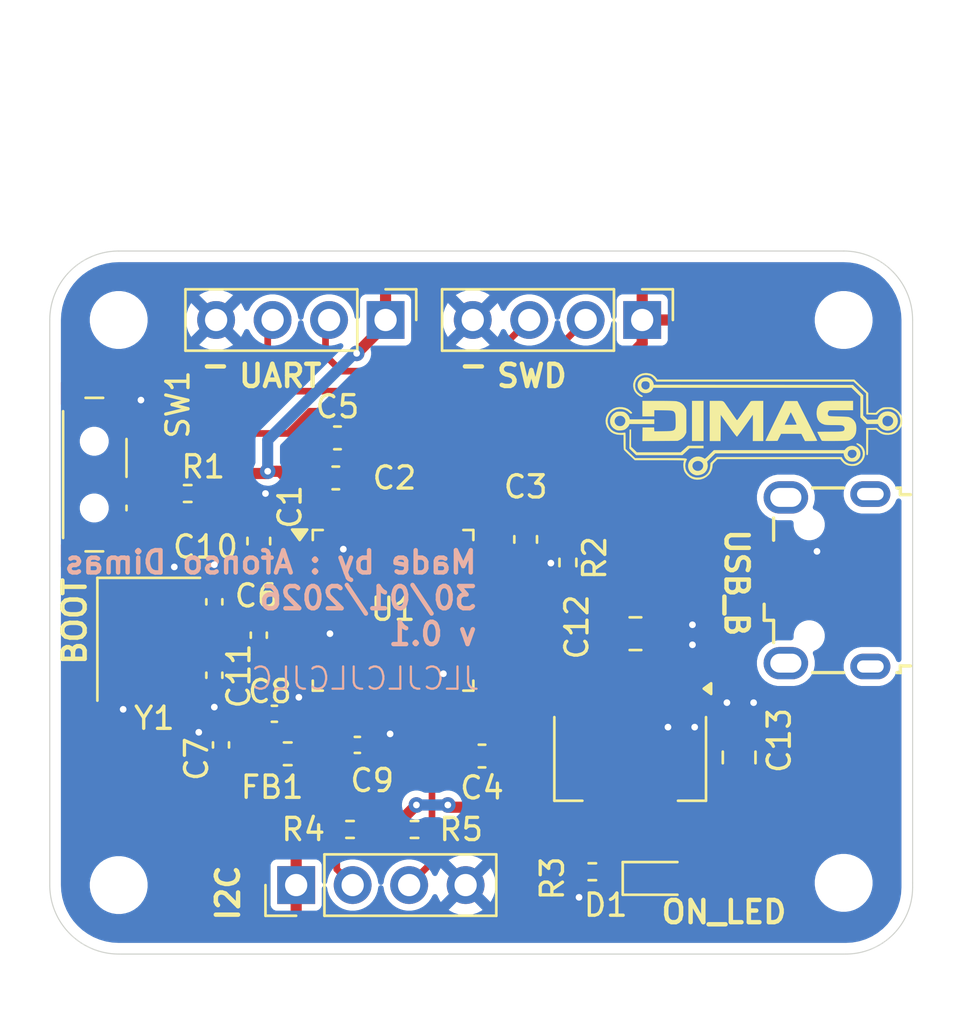
<source format=kicad_pcb>
(kicad_pcb (version 20241229) (generator "pcbnew") (generator_version "9.0")
  (layers (0 "F.Cu" signal) (2 "B.Cu" signal) (13 "F.Paste" user) (15 "B.Paste" user) (5 "F.SilkS" user "F.Silkscreen") (7 "B.SilkS" user "B.Silkscreen") (1 "F.Mask" user) (3 "B.Mask" user) (25 "Edge.Cuts" user))
  (net 0 "")
  (net 1 "GND")
  (net 2 "+3.3V")
  (net 3 "+3.3VA")
  (net 4 "/NRST")
  (net 5 "/HSE_IN")
  (net 6 "/HSE_OUT")
  (net 7 "VBUS")
  (net 8 "/PWR_LED_K")
  (net 10 "/USB_D+")
  (net 13 "/USB_D-")
  (net 16 "/SWCLK")
  (net 17 "/SWDIO")
  (net 18 "/USART1_TX")
  (net 19 "/USART1_RX")
  (net 20 "/I2C2_SCL")
  (net 21 "/BOOT0")
  (net 22 "/SW_BOOT0")
  (net 50 "/I2C2_SDA")
  (footprint "Button_Switch_SMD:SW_SPDT_PCM12" (layer "F.Cu") (at 107.03 84.15 -90)
    (property "Reference" "SW1" (at -3.15 -3.43 90) (layer "F.SilkS"))
    (property "Value" "SW_SPDT")
    (pad "" smd rect (at -3.65 -0.78 270) (size 1 0.8) (layers "F.Cu" "F.Mask" "F.Paste"))
    (pad "" smd rect (at -3.65 1.43 270) (size 1 0.8) (layers "F.Cu" "F.Mask" "F.Paste"))
    (pad "" np_thru_hole circle (at -1.5 0.33 270) (size 0.9 0.9) (drill 0.9) (layers "*.Cu" "*.Mask"))
    (pad "" np_thru_hole circle (at 1.5 0.33 270) (size 0.9 0.9) (drill 0.9) (layers "*.Cu" "*.Mask"))
    (pad "" smd rect (at 3.65 -0.78 270) (size 1 0.8) (layers "F.Cu" "F.Mask" "F.Paste"))
    (pad "" smd rect (at 3.65 1.43 270) (size 1 0.8) (layers "F.Cu" "F.Mask" "F.Paste"))
    (pad "1" smd rect (at -2.25 -1.43 270) (size 0.7 1.5) (layers "F.Cu" "F.Mask" "F.Paste") (net 1 "GND"))
    (pad "2" smd rect (at 0.75 -1.43 270) (size 0.7 1.5) (layers "F.Cu" "F.Mask" "F.Paste") (net 22 "/SW_BOOT0"))
    (pad "3" smd rect (at 2.25 -1.43 270) (size 0.7 1.5) (layers "F.Cu" "F.Mask" "F.Paste") (net 2 "+3.3V"))
  )
  (footprint "MountingHole:MountingHole_2.2mm_M2" (layer "F.Cu") (at 140.4 77.2)
    (property "Reference" "H3")
    (property "Value" "MountingHole")
    (pad "" np_thru_hole circle (at 0 0) (size 2.2 2.2) (drill 2.2) (layers "*.Cu" "*.Mask"))
  )
  (footprint "Capacitor_SMD:C_0402_1005Metric_Pad0.74x0.62mm_HandSolder" (layer "F.Cu") (at 118.5325 96.3 180)
    (property "Reference" "C9" (at -0.6675 -1.6 0) (layer "F.SilkS"))
    (property "Value" "100n")
    (pad "1" smd roundrect (at -0.5675 0 180) (size 0.735 0.62) (layers "F.Cu" "F.Mask" "F.Paste") (net 1 "GND"))
    (pad "2" smd roundrect (at 0.5675 0 180) (size 0.735 0.62) (layers "F.Cu" "F.Mask" "F.Paste") (net 4 "/NRST"))
  )
  (footprint "Connector_PinHeader_2.54mm:PinHeader_1x04_P2.54mm_Vertical" (layer "F.Cu") (at 131.34 77.2 -90)
    (property "Reference" "J2")
    (property "Value" "Conn_01x04_Pin")
    (pad "1" thru_hole rect (at 0 0 270) (size 1.7 1.7) (drill 1) (layers "*.Cu" "*.Mask") (net 2 "+3.3V"))
    (pad "2" thru_hole circle (at 0 2.54 270) (size 1.7 1.7) (drill 1) (layers "*.Cu" "*.Mask") (net 17 "/SWDIO"))
    (pad "3" thru_hole circle (at 0 5.08 270) (size 1.7 1.7) (drill 1) (layers "*.Cu" "*.Mask") (net 16 "/SWCLK"))
    (pad "4" thru_hole circle (at 0 7.62 270) (size 1.7 1.7) (drill 1) (layers "*.Cu" "*.Mask") (net 1 "GND"))
  )
  (footprint "Capacitor_SMD:C_0603_1608Metric_Pad1.08x0.95mm_HandSolder" (layer "F.Cu") (at 117.5625 84.3)
    (property "Reference" "C2" (at 2.6375 0 0) (layer "F.SilkS"))
    (property "Value" "100n")
    (pad "1" smd roundrect (at -0.8625 0) (size 1.075 0.95) (layers "F.Cu" "F.Mask" "F.Paste") (net 2 "+3.3V"))
    (pad "2" smd roundrect (at 0.8625 0) (size 1.075 0.95) (layers "F.Cu" "F.Mask" "F.Paste") (net 1 "GND"))
  )
  (footprint "Connector_PinHeader_2.54mm:PinHeader_1x04_P2.54mm_Vertical" (layer "F.Cu") (at 119.8 77.2 -90)
    (property "Reference" "J3")
    (property "Value" "Conn_01x04_Pin")
    (pad "1" thru_hole rect (at 0 0 270) (size 1.7 1.7) (drill 1) (layers "*.Cu" "*.Mask") (net 2 "+3.3V"))
    (pad "2" thru_hole circle (at 0 2.54 270) (size 1.7 1.7) (drill 1) (layers "*.Cu" "*.Mask") (net 18 "/USART1_TX"))
    (pad "3" thru_hole circle (at 0 5.08 270) (size 1.7 1.7) (drill 1) (layers "*.Cu" "*.Mask") (net 19 "/USART1_RX"))
    (pad "4" thru_hole circle (at 0 7.62 270) (size 1.7 1.7) (drill 1) (layers "*.Cu" "*.Mask") (net 1 "GND"))
  )
  (footprint "Resistor_SMD:R_0402_1005Metric_Pad0.72x0.64mm_HandSolder" (layer "F.Cu") (at 121.1025 100.1)
    (property "Reference" "R5" (at 2.0975 0 0) (layer "F.SilkS"))
    (property "Value" "1k5")
    (pad "1" smd roundrect (at -0.5975 0) (size 0.715 0.64) (layers "F.Cu" "F.Mask" "F.Paste") (net 2 "+3.3V"))
    (pad "2" smd roundrect (at 0.5975 0) (size 0.715 0.64) (layers "F.Cu" "F.Mask" "F.Paste") (net 50 "/I2C2_SDA"))
  )
  (footprint "Resistor_SMD:R_0402_1005Metric_Pad0.72x0.64mm_HandSolder" (layer "F.Cu") (at 129.0975 102 180)
    (property "Reference" "R3" (at 1.7975 -0.3 90) (layer "F.SilkS"))
    (property "Value" "1K5")
    (pad "1" smd roundrect (at -0.5975 0 180) (size 0.715 0.64) (layers "F.Cu" "F.Mask" "F.Paste") (net 8 "/PWR_LED_K"))
    (pad "2" smd roundrect (at 0.5975 0 180) (size 0.715 0.64) (layers "F.Cu" "F.Mask" "F.Paste") (net 1 "GND"))
  )
  (footprint "Capacitor_SMD:C_0402_1005Metric_Pad0.74x0.62mm_HandSolder" (layer "F.Cu") (at 112.4 96.3 90)
    (property "Reference" "C7" (at -0.6325 -1.1 90) (layer "F.SilkS"))
    (property "Value" "1u")
    (pad "1" smd roundrect (at -0.5675 0 90) (size 0.735 0.62) (layers "F.Cu" "F.Mask" "F.Paste") (net 3 "+3.3VA"))
    (pad "2" smd roundrect (at 0.5675 0 90) (size 0.735 0.62) (layers "F.Cu" "F.Mask" "F.Paste") (net 1 "GND"))
  )
  (footprint "MountingHole:MountingHole_2.2mm_M2" (layer "F.Cu") (at 107.8 102.6)
    (property "Reference" "H1")
    (property "Value" "MountingHole")
    (pad "" np_thru_hole circle (at 0 0) (size 2.2 2.2) (drill 2.2) (layers "*.Cu" "*.Mask"))
  )
  (footprint "Resistor_SMD:R_0402_1005Metric_Pad0.72x0.64mm_HandSolder" (layer "F.Cu") (at 118.2025 100.1 180)
    (property "Reference" "R4" (at 2.1025 0 0) (layer "F.SilkS"))
    (property "Value" "1k5")
    (pad "1" smd roundrect (at -0.5975 0 180) (size 0.715 0.64) (layers "F.Cu" "F.Mask" "F.Paste") (net 2 "+3.3V"))
    (pad "2" smd roundrect (at 0.5975 0 180) (size 0.715 0.64) (layers "F.Cu" "F.Mask" "F.Paste") (net 20 "/I2C2_SCL"))
  )
  (footprint "Resistor_SMD:R_0402_1005Metric_Pad0.72x0.64mm_HandSolder" (layer "F.Cu") (at 110.9025 85 180)
    (property "Reference" "R1" (at -0.6975 1.2 0) (layer "F.SilkS"))
    (property "Value" "10k")
    (pad "1" smd roundrect (at -0.5975 0 180) (size 0.715 0.64) (layers "F.Cu" "F.Mask" "F.Paste") (net 22 "/SW_BOOT0"))
    (pad "2" smd roundrect (at 0.5975 0 180) (size 0.715 0.64) (layers "F.Cu" "F.Mask" "F.Paste") (net 21 "/BOOT0"))
  )
  (footprint "Package_QFP:LQFP-48_7x7mm_P0.5mm" (layer "F.Cu") (at 120.1375 90.25)
    (property "Reference" "U1" (at 0 -0.05 0) (layer "F.SilkS"))
    (property "Value" "STM32F103C8T6")
    (pad "1" smd roundrect (at -4.1625 -2.75) (size 1.475 0.3) (layers "F.Cu" "F.Mask" "F.Paste") (net 2 "+3.3V"))
    (pad "2" smd roundrect (at -4.1625 -2.25) (size 1.475 0.3) (layers "F.Cu" "F.Mask" "F.Paste"))
    (pad "3" smd roundrect (at -4.1625 -1.75) (size 1.475 0.3) (layers "F.Cu" "F.Mask" "F.Paste"))
    (pad "4" smd roundrect (at -4.1625 -1.25) (size 1.475 0.3) (layers "F.Cu" "F.Mask" "F.Paste"))
    (pad "5" smd roundrect (at -4.1625 -0.75) (size 1.475 0.3) (layers "F.Cu" "F.Mask" "F.Paste") (net 5 "/HSE_IN"))
    (pad "6" smd roundrect (at -4.1625 -0.25) (size 1.475 0.3) (layers "F.Cu" "F.Mask" "F.Paste") (net 6 "/HSE_OUT"))
    (pad "7" smd roundrect (at -4.1625 0.25) (size 1.475 0.3) (layers "F.Cu" "F.Mask" "F.Paste") (net 4 "/NRST"))
    (pad "8" smd roundrect (at -4.1625 0.75) (size 1.475 0.3) (layers "F.Cu" "F.Mask" "F.Paste") (net 1 "GND"))
    (pad "9" smd roundrect (at -4.1625 1.25) (size 1.475 0.3) (layers "F.Cu" "F.Mask" "F.Paste") (net 3 "+3.3VA"))
    (pad "10" smd roundrect (at -4.1625 1.75) (size 1.475 0.3) (layers "F.Cu" "F.Mask" "F.Paste"))
    (pad "11" smd roundrect (at -4.1625 2.25) (size 1.475 0.3) (layers "F.Cu" "F.Mask" "F.Paste"))
    (pad "12" smd roundrect (at -4.1625 2.75) (size 1.475 0.3) (layers "F.Cu" "F.Mask" "F.Paste"))
    (pad "13" smd roundrect (at -2.75 4.1625) (size 0.3 1.475) (layers "F.Cu" "F.Mask" "F.Paste"))
    (pad "14" smd roundrect (at -2.25 4.1625) (size 0.3 1.475) (layers "F.Cu" "F.Mask" "F.Paste"))
    (pad "15" smd roundrect (at -1.75 4.1625) (size 0.3 1.475) (layers "F.Cu" "F.Mask" "F.Paste"))
    (pad "16" smd roundrect (at -1.25 4.1625) (size 0.3 1.475) (layers "F.Cu" "F.Mask" "F.Paste"))
    (pad "17" smd roundrect (at -0.75 4.1625) (size 0.3 1.475) (layers "F.Cu" "F.Mask" "F.Paste"))
    (pad "18" smd roundrect (at -0.25 4.1625) (size 0.3 1.475) (layers "F.Cu" "F.Mask" "F.Paste"))
    (pad "19" smd roundrect (at 0.25 4.1625) (size 0.3 1.475) (layers "F.Cu" "F.Mask" "F.Paste"))
    (pad "20" smd roundrect (at 0.75 4.1625) (size 0.3 1.475) (layers "F.Cu" "F.Mask" "F.Paste"))
    (pad "21" smd roundrect (at 1.25 4.1625) (size 0.3 1.475) (layers "F.Cu" "F.Mask" "F.Paste") (net 20 "/I2C2_SCL"))
    (pad "22" smd roundrect (at 1.75 4.1625) (size 0.3 1.475) (layers "F.Cu" "F.Mask" "F.Paste") (net 50 "/I2C2_SDA"))
    (pad "23" smd roundrect (at 2.25 4.1625) (size 0.3 1.475) (layers "F.Cu" "F.Mask" "F.Paste") (net 1 "GND"))
    (pad "24" smd roundrect (at 2.75 4.1625) (size 0.3 1.475) (layers "F.Cu" "F.Mask" "F.Paste") (net 2 "+3.3V"))
    (pad "25" smd roundrect (at 4.1625 2.75) (size 1.475 0.3) (layers "F.Cu" "F.Mask" "F.Paste"))
    (pad "26" smd roundrect (at 4.1625 2.25) (size 1.475 0.3) (layers "F.Cu" "F.Mask" "F.Paste"))
    (pad "27" smd roundrect (at 4.1625 1.75) (size 1.475 0.3) (layers "F.Cu" "F.Mask" "F.Paste"))
    (pad "28" smd roundrect (at 4.1625 1.25) (size 1.475 0.3) (layers "F.Cu" "F.Mask" "F.Paste"))
    (pad "29" smd roundrect (at 4.1625 0.75) (size 1.475 0.3) (layers "F.Cu" "F.Mask" "F.Paste"))
    (pad "30" smd roundrect (at 4.1625 0.25) (size 1.475 0.3) (layers "F.Cu" "F.Mask" "F.Paste"))
    (pad "31" smd roundrect (at 4.1625 -0.25) (size 1.475 0.3) (layers "F.Cu" "F.Mask" "F.Paste"))
    (pad "32" smd roundrect (at 4.1625 -0.75) (size 1.475 0.3) (layers "F.Cu" "F.Mask" "F.Paste") (net 13 "/USB_D-"))
    (pad "33" smd roundrect (at 4.1625 -1.25) (size 1.475 0.3) (layers "F.Cu" "F.Mask" "F.Paste") (net 10 "/USB_D+"))
    (pad "34" smd roundrect (at 4.1625 -1.75) (size 1.475 0.3) (layers "F.Cu" "F.Mask" "F.Paste") (net 17 "/SWDIO"))
    (pad "35" smd roundrect (at 4.1625 -2.25) (size 1.475 0.3) (layers "F.Cu" "F.Mask" "F.Paste") (net 1 "GND"))
    (pad "36" smd roundrect (at 4.1625 -2.75) (size 1.475 0.3) (layers "F.Cu" "F.Mask" "F.Paste") (net 2 "+3.3V"))
    (pad "37" smd roundrect (at 2.75 -4.1625) (size 0.3 1.475) (layers "F.Cu" "F.Mask" "F.Paste") (net 16 "/SWCLK"))
    (pad "38" smd roundrect (at 2.25 -4.1625) (size 0.3 1.475) (layers "F.Cu" "F.Mask" "F.Paste"))
    (pad "39" smd roundrect (at 1.75 -4.1625) (size 0.3 1.475) (layers "F.Cu" "F.Mask" "F.Paste"))
    (pad "40" smd roundrect (at 1.25 -4.1625) (size 0.3 1.475) (layers "F.Cu" "F.Mask" "F.Paste"))
    (pad "41" smd roundrect (at 0.75 -4.1625) (size 0.3 1.475) (layers "F.Cu" "F.Mask" "F.Paste"))
    (pad "42" smd roundrect (at 0.25 -4.1625) (size 0.3 1.475) (layers "F.Cu" "F.Mask" "F.Paste") (net 18 "/USART1_TX"))
    (pad "43" smd roundrect (at -0.25 -4.1625) (size 0.3 1.475) (layers "F.Cu" "F.Mask" "F.Paste") (net 19 "/USART1_RX"))
    (pad "44" smd roundrect (at -0.75 -4.1625) (size 0.3 1.475) (layers "F.Cu" "F.Mask" "F.Paste") (net 21 "/BOOT0"))
    (pad "45" smd roundrect (at -1.25 -4.1625) (size 0.3 1.475) (layers "F.Cu" "F.Mask" "F.Paste"))
    (pad "46" smd roundrect (at -1.75 -4.1625) (size 0.3 1.475) (layers "F.Cu" "F.Mask" "F.Paste"))
    (pad "47" smd roundrect (at -2.25 -4.1625) (size 0.3 1.475) (layers "F.Cu" "F.Mask" "F.Paste") (net 1 "GND"))
    (pad "48" smd roundrect (at -2.75 -4.1625) (size 0.3 1.475) (layers "F.Cu" "F.Mask" "F.Paste") (net 2 "+3.3V"))
  )
  (footprint "Crystal:Crystal_SMD_3225-4Pin_3.2x2.5mm_HandSoldering" (layer "F.Cu") (at 109.15 91.55 -90)
    (property "Reference" "Y1" (at 3.55 -0.25 0) (layer "F.SilkS"))
    (property "Value" "16MHz")
    (pad "1" smd roundrect (at -1.45 1.15 270) (size 2.1 1.8) (layers "F.Cu" "F.Mask" "F.Paste") (roundrect_rratio 0.138889) (net 5 "/HSE_IN"))
    (pad "2" smd roundrect (at 1.45 1.15 270) (size 2.1 1.8) (layers "F.Cu" "F.Mask" "F.Paste") (roundrect_rratio 0.138889) (net 1 "GND"))
    (pad "3" smd roundrect (at 1.45 -1.15 270) (size 2.1 1.8) (layers "F.Cu" "F.Mask" "F.Paste") (roundrect_rratio 0.138889) (net 6 "/HSE_OUT"))
    (pad "4" smd roundrect (at -1.45 -1.15 270) (size 2.1 1.8) (layers "F.Cu" "F.Mask" "F.Paste") (roundrect_rratio 0.138889) (net 1 "GND"))
  )
  (footprint "LOGO" (layer "F.Cu") (at 136.2 82.3)
    (property "Reference" "G***" (hide yes))
    (property "Value" "LOGO" (hide yes))
  )
  (footprint "Capacitor_SMD:C_0603_1608Metric_Pad1.08x0.95mm_HandSolder" (layer "F.Cu") (at 117.6375 82.5)
    (property "Reference" "C5" (at 0 -1.4 0) (layer "F.SilkS"))
    (property "Value" "10u")
    (pad "1" smd roundrect (at -0.8625 0) (size 1.075 0.95) (layers "F.Cu" "F.Mask" "F.Paste") (net 2 "+3.3V"))
    (pad "2" smd roundrect (at 0.8625 0) (size 1.075 0.95) (layers "F.Cu" "F.Mask" "F.Paste") (net 1 "GND"))
  )
  (footprint "Capacitor_SMD:C_0603_1608Metric_Pad1.08x0.95mm_HandSolder" (layer "F.Cu") (at 126.1 87.0625 -90)
    (property "Reference" "C3" (at -2.3625 0 0) (layer "F.SilkS"))
    (property "Value" "100n")
    (pad "1" smd roundrect (at -0.8625 0 270) (size 1.075 0.95) (layers "F.Cu" "F.Mask" "F.Paste") (net 2 "+3.3V"))
    (pad "2" smd roundrect (at 0.8625 0 270) (size 1.075 0.95) (layers "F.Cu" "F.Mask" "F.Paste") (net 1 "GND"))
  )
  (footprint "Capacitor_SMD:C_0603_1608Metric_Pad1.08x0.95mm_HandSolder" (layer "F.Cu") (at 114.1 87.1375 90)
    (property "Reference" "C1" (at 1.5375 1.4 90) (layer "F.SilkS"))
    (property "Value" "100n")
    (pad "1" smd roundrect (at -0.8625 0 90) (size 1.075 0.95) (layers "F.Cu" "F.Mask" "F.Paste") (net 2 "+3.3V"))
    (pad "2" smd roundrect (at 0.8625 0 90) (size 1.075 0.95) (layers "F.Cu" "F.Mask" "F.Paste") (net 1 "GND"))
  )
  (footprint "Capacitor_SMD:C_0402_1005Metric_Pad0.74x0.62mm_HandSolder" (layer "F.Cu") (at 112.1 93.1675 -90)
    (property "Reference" "C11" (at 0.0325 -1.1 90) (layer "F.SilkS"))
    (property "Value" "10p")
    (pad "1" smd roundrect (at -0.5675 0 270) (size 0.735 0.62) (layers "F.Cu" "F.Mask" "F.Paste") (net 6 "/HSE_OUT"))
    (pad "2" smd roundrect (at 0.5675 0 270) (size 0.735 0.62) (layers "F.Cu" "F.Mask" "F.Paste") (net 1 "GND"))
  )
  (footprint "LED_SMD:LED_0603_1608Metric_Pad1.05x0.95mm_HandSolder" (layer "F.Cu") (at 132.125 102.3)
    (property "Reference" "D1" (at -2.425 1.2 0) (layer "F.SilkS"))
    (property "Value" "RED")
    (pad "1" smd roundrect (at -0.875 0) (size 1.05 0.95) (layers "F.Cu" "F.Mask" "F.Paste") (net 8 "/PWR_LED_K"))
    (pad "2" smd roundrect (at 0.875 0) (size 1.05 0.95) (layers "F.Cu" "F.Mask" "F.Paste") (net 2 "+3.3V"))
  )
  (footprint "MountingHole:MountingHole_2.2mm_M2" (layer "F.Cu") (at 140.4 102.5)
    (property "Reference" "H2")
    (property "Value" "MountingHole")
    (pad "" np_thru_hole circle (at 0 0) (size 2.2 2.2) (drill 2.2) (layers "*.Cu" "*.Mask"))
  )
  (footprint "Connector_PinHeader_2.54mm:PinHeader_1x04_P2.54mm_Vertical" (layer "F.Cu") (at 115.78 102.6 90)
    (property "Reference" "J4")
    (property "Value" "Conn_01x04_Pin")
    (pad "1" thru_hole rect (at 0 0 90) (size 1.7 1.7) (drill 1) (layers "*.Cu" "*.Mask") (net 2 "+3.3V"))
    (pad "2" thru_hole circle (at 0 2.54 90) (size 1.7 1.7) (drill 1) (layers "*.Cu" "*.Mask") (net 20 "/I2C2_SCL"))
    (pad "3" thru_hole circle (at 0 5.08 90) (size 1.7 1.7) (drill 1) (layers "*.Cu" "*.Mask") (net 50 "/I2C2_SDA"))
    (pad "4" thru_hole circle (at 0 7.62 90) (size 1.7 1.7) (drill 1) (layers "*.Cu" "*.Mask") (net 1 "GND"))
  )
  (footprint "Capacitor_SMD:C_0805_2012Metric_Pad1.18x1.45mm_HandSolder" (layer "F.Cu") (at 131.0375 91.3)
    (property "Reference" "C12" (at -2.6375 -0.3 90) (layer "F.SilkS"))
    (property "Value" "22u")
    (pad "1" smd roundrect (at -1.0375 0) (size 1.175 1.45) (layers "F.Cu" "F.Mask" "F.Paste") (roundrect_rratio 0.212766) (net 7 "VBUS"))
    (pad "2" smd roundrect (at 1.0375 0) (size 1.175 1.45) (layers "F.Cu" "F.Mask" "F.Paste") (roundrect_rratio 0.212766) (net 1 "GND"))
  )
  (footprint "Connector_USB:USB_Micro-B_Wuerth_629105150521" (layer "F.Cu") (at 139.65 88.9 90)
    (property "Reference" "J1")
    (property "Value" "USB_B_Micro")
    (pad "" np_thru_hole oval (at -2.5 -0.8 90) (size 0.8 0.8) (drill 0.8) (layers "*.Cu" "*.Mask"))
    (pad "" np_thru_hole oval (at 2.5 -0.8 90) (size 0.8 0.8) (drill 0.8) (layers "*.Cu" "*.Mask"))
    (pad "1" smd rect (at -1.3 -1.9 90) (size 0.45 1.3) (layers "F.Cu" "F.Mask" "F.Paste") (net 7 "VBUS"))
    (pad "2" smd rect (at -0.65 -1.9 90) (size 0.45 1.3) (layers "F.Cu" "F.Mask" "F.Paste") (net 13 "/USB_D-"))
    (pad "3" smd rect (at 0 -1.9 90) (size 0.45 1.3) (layers "F.Cu" "F.Mask" "F.Paste") (net 10 "/USB_D+"))
    (pad "4" smd rect (at 0.65 -1.9 90) (size 0.45 1.3) (layers "F.Cu" "F.Mask" "F.Paste"))
    (pad "5" smd rect (at 1.3 -1.9 90) (size 0.45 1.3) (layers "F.Cu" "F.Mask" "F.Paste") (net 1 "GND"))
    (pad "6" thru_hole oval (at -3.875 1.95 90) (size 1.15 1.8) (drill oval 0.55 1.2) (property pad_prop_heatsink) (layers "*.Cu" "*.Mask"))
    (pad "6" thru_hole oval (at -3.725 -1.85 90) (size 1.45 2) (drill oval 0.85 1.4) (property pad_prop_heatsink) (layers "*.Cu" "*.Mask"))
    (pad "6" thru_hole oval (at 3.725 -1.85 90) (size 1.45 2) (drill oval 0.85 1.4) (property pad_prop_heatsink) (layers "*.Cu" "*.Mask"))
    (pad "6" thru_hole oval (at 3.875 1.95 90) (size 1.15 1.8) (drill oval 0.55 1.2) (property pad_prop_heatsink) (layers "*.Cu" "*.Mask"))
  )
  (footprint "Package_TO_SOT_SMD:SOT-223-3_TabPin2" (layer "F.Cu") (at 130.8 96.9 -90)
    (property "Reference" "U3")
    (property "Value" "AMS1117-3.3")
    (pad "1" smd roundrect (at -3.15 -2.3 270) (size 2 1.5) (layers "F.Cu" "F.Mask" "F.Paste") (net 1 "GND"))
    (pad "2" smd roundrect (at -3.15 0 270) (size 2 1.5) (layers "F.Cu" "F.Mask" "F.Paste") (net 2 "+3.3V"))
    (pad "2" smd roundrect (at 3.15 0 270) (size 2 3.8) (layers "F.Cu" "F.Mask" "F.Paste") (net 2 "+3.3V"))
    (pad "3" smd roundrect (at -3.15 2.3 270) (size 2 1.5) (layers "F.Cu" "F.Mask" "F.Paste") (net 7 "VBUS"))
  )
  (footprint "Capacitor_SMD:C_0402_1005Metric_Pad0.74x0.62mm_HandSolder" (layer "F.Cu") (at 114.8 94.9)
    (property "Reference" "C8" (at -0.2 -1 0) (layer "F.SilkS"))
    (property "Value" "1u")
    (pad "1" smd roundrect (at -0.5675 0) (size 0.735 0.62) (layers "F.Cu" "F.Mask" "F.Paste") (net 2 "+3.3V"))
    (pad "2" smd roundrect (at 0.5675 0) (size 0.735 0.62) (layers "F.Cu" "F.Mask" "F.Paste") (net 1 "GND"))
  )
  (footprint "Capacitor_SMD:C_0603_1608Metric_Pad1.08x0.95mm_HandSolder" (layer "F.Cu") (at 124.1375 96.8 180)
    (property "Reference" "C4" (at 0 -1.43 180) (layer "F.SilkS"))
    (property "Value" "100n")
    (pad "1" smd roundrect (at -0.8625 0 180) (size 1.075 0.95) (layers "F.Cu" "F.Mask" "F.Paste") (net 2 "+3.3V"))
    (pad "2" smd roundrect (at 0.8625 0 180) (size 1.075 0.95) (layers "F.Cu" "F.Mask" "F.Paste") (net 1 "GND"))
  )
  (footprint "Capacitor_SMD:C_0805_2012Metric_Pad1.18x1.45mm_HandSolder" (layer "F.Cu") (at 135.7 96.8625 90)
    (property "Reference" "C13" (at 0.7625 1.8 90) (layer "F.SilkS"))
    (property "Value" "22u")
    (pad "1" smd roundrect (at -1.0375 0 90) (size 1.175 1.45) (layers "F.Cu" "F.Mask" "F.Paste") (roundrect_rratio 0.212766) (net 2 "+3.3V"))
    (pad "2" smd roundrect (at 1.0375 0 90) (size 1.175 1.45) (layers "F.Cu" "F.Mask" "F.Paste") (roundrect_rratio 0.212766) (net 1 "GND"))
  )
  (footprint "Resistor_SMD:R_0402_1005Metric_Pad0.72x0.64mm_HandSolder" (layer "F.Cu") (at 128 88.1 -90)
    (property "Reference" "R2" (at -0.2 -1.2 90) (layer "F.SilkS"))
    (property "Value" "1k5")
    (pad "1" smd roundrect (at -0.5975 0 270) (size 0.715 0.64) (layers "F.Cu" "F.Mask" "F.Paste") (net 2 "+3.3V"))
    (pad "2" smd roundrect (at 0.5975 0 270) (size 0.715 0.64) (layers "F.Cu" "F.Mask" "F.Paste") (net 10 "/USB_D+"))
  )
  (footprint "Capacitor_SMD:C_0402_1005Metric_Pad0.74x0.62mm_HandSolder" (layer "F.Cu") (at 114.1 91.3675 90)
    (property "Reference" "C6" (at 1.7675 -0.1 180) (layer "F.SilkS"))
    (property "Value" "10n")
    (pad "1" smd roundrect (at -0.5675 0 90) (size 0.735 0.62) (layers "F.Cu" "F.Mask" "F.Paste") (net 3 "+3.3VA"))
    (pad "2" smd roundrect (at 0.5675 0 90) (size 0.735 0.62) (layers "F.Cu" "F.Mask" "F.Paste") (net 1 "GND"))
  )
  (footprint "Inductor_SMD:L_0603_1608Metric_Pad1.05x0.95mm_HandSolder" (layer "F.Cu") (at 115.4 96.7)
    (property "Reference" "FB1" (at -0.7 1.5 0) (layer "F.SilkS"))
    (property "Value" "120R")
    (pad "1" smd roundrect (at -0.875 0) (size 1.05 0.95) (layers "F.Cu" "F.Mask" "F.Paste") (net 3 "+3.3VA"))
    (pad "2" smd roundrect (at 0.875 0) (size 1.05 0.95) (layers "F.Cu" "F.Mask" "F.Paste") (net 2 "+3.3V"))
  )
  (footprint "Capacitor_SMD:C_0402_1005Metric_Pad0.74x0.62mm_HandSolder" (layer "F.Cu") (at 112.1 89.8675 90)
    (property "Reference" "C10" (at 2.4675 -0.4 180) (layer "F.SilkS"))
    (property "Value" "10p")
    (pad "1" smd roundrect (at -0.5675 0 90) (size 0.735 0.62) (layers "F.Cu" "F.Mask" "F.Paste") (net 5 "/HSE_IN"))
    (pad "2" smd roundrect (at 0.5675 0 90) (size 0.735 0.62) (layers "F.Cu" "F.Mask" "F.Paste") (net 1 "GND"))
  )
  (footprint "MountingHole:MountingHole_2.2mm_M2" (layer "F.Cu") (at 107.8 77.2)
    (property "Reference" "H4")
    (property "Value" "MountingHole")
    (pad "" np_thru_hole circle (at 0 0) (size 2.2 2.2) (drill 2.2) (layers "*.Cu" "*.Mask"))
  )
  (gr_arc (start 104.7 77.2) (mid 105.607969 75.007969) (end 107.8 74.1) (stroke (width 0.05)) (layer "Edge.Cuts"))
  (gr_arc (start 140.4 74.1) (mid 142.592031 75.007969) (end 143.5 77.2) (stroke (width 0.05)) (layer "Edge.Cuts"))
  (gr_line (start 140.5 105.7) (end 107.8 105.7) (stroke (width 0.05)) (layer "Edge.Cuts"))
  (gr_arc (start 143.5 102.7) (mid 142.62132 104.82132) (end 140.5 105.7) (stroke (width 0.05)) (layer "Edge.Cuts"))
  (gr_arc (start 107.8 105.7) (mid 105.607969 104.792031) (end 104.7 102.6) (stroke (width 0.05)) (layer "Edge.Cuts"))
  (gr_line (start 143.5 77.2) (end 143.5 102.5) (stroke (width 0.05)) (layer "Edge.Cuts"))
  (gr_line (start 143.5 102.5) (end 143.5 102.7) (stroke (width 0.05)) (layer "Edge.Cuts"))
  (gr_line (start 104.7 77.2) (end 104.7 102.6) (stroke (width 0.05)) (layer "Edge.Cuts"))
  (gr_line (start 140.4 74.1) (end 107.8 74.1) (stroke (width 0.05)) (layer "Edge.Cuts"))
  (gr_text "SWD" (at 124.7 80.3 0) (layer "F.SilkS") (effects (font (size 1 1) (thickness 0.2)) (justify left bottom)))
  (gr_text "ON_LED" (at 132.1 104.4 0) (layer "F.SilkS") (effects (font (size 1 1) (thickness 0.2)) (justify left bottom)))
  (gr_text "UART" (at 113.1 80.3 0) (layer "F.SilkS") (effects (font (size 1 1) (thickness 0.2)) (justify left bottom)))
  (gr_text "-" (at 123 79.8 0) (layer "F.SilkS") (effects (font (size 1 1) (thickness 0.2)) (justify left bottom)))
  (gr_text "I2C" (at 113.3 104.3 90) (layer "F.SilkS") (effects (font (size 1 1) (thickness 0.2)) (justify left bottom)))
  (gr_text "USB_B" (at 135 86.5 270) (layer "F.SilkS") (effects (font (size 1 1) (thickness 0.2)) (justify left bottom)))
  (gr_text "BOOT" (at 106.4 92.8 90) (layer "F.SilkS") (effects (font (size 1 1) (thickness 0.2)) (justify left bottom)))
  (gr_text "-" (at 111.4 79.8 0) (layer "F.SilkS") (effects (font (size 1 1) (thickness 0.2)) (justify left bottom)))
  (gr_text "Made by : Afonso Dimas\n30/01/2026\nv 0.1" (at 124 91.9 0) (layer "B.SilkS") (effects (font (size 1 1) (thickness 0.2) (bold yes)) (justify left bottom mirror)))
  (gr_text "JLCJLCJLCJLC" (at 124.1 93.9 0) (layer "B.SilkS") (effects (font (size 1 1) (thickness 0.1)) (justify left bottom mirror)))
  (segment (start 125.5 88.3) (end 125.2 88) (width 0.3) (layer "F.Cu") (net 1))
  (segment (start 119.51005 96.3) (end 120.005025 95.805025) (width 0.3) (layer "F.Cu") (net 1))
  (segment (start 112.4 95.7325) (end 111.4 95.7325) (width 0.3) (layer "F.Cu") (net 1))
  (segment (start 125.9375 88.3) (end 125.5 88.3) (width 0.3) (layer "F.Cu") (net 1))
  (segment (start 127.234197 88.128681) (end 126.871319 88.128681) (width 0.3) (layer "F.Cu") (net 1))
  (segment (start 137.9 87.6) (end 139.2 87.6) (width 0.3) (layer "F.Cu") (net 1))
  (segment (start 128.5 102) (end 128.5 103.15) (width 0.3) (layer "F.Cu") (net 1))
  (segment (start 118.5 84.225) (end 118.425 84.3) (width 0.3) (layer "F.Cu") (net 1))
  (segment (start 115.761212 94.160148) (end 115.3675 94.55386) (width 0.3) (layer "F.Cu") (net 1))
  (segment (start 110.3 90.1) (end 110.3 88.3) (width 0.3) (layer "F.Cu") (net 1))
  (segment (start 114.7 90.7) (end 114.1 90.7) (width 0.3) (layer "F.Cu") (net 1))
  (segment (start 108 93) (end 108 94.7) (width 0.3) (layer "F.Cu") (net 1))
  (segment (start 125.2 88) (end 124.3 88) (width 0.3) (layer "F.Cu") (net 1))
  (segment (start 115.975 91) (end 115 91) (width 0.3) (layer "F.Cu") (net 1))
  (segment (start 122.3875 95.6875) (end 123.275 96.575) (width 0.3) (layer "F.Cu") (net 1))
  (segment (start 115.975 91) (end 117 91) (width 0.3) (layer "F.Cu") (net 1))
  (segment (start 117.8875 86.0875) (end 117.8875 87.4875) (width 0.3) (layer "F.Cu") (net 1))
  (segment (start 115 91) (end 114.7 90.7) (width 0.3) (layer "F.Cu") (net 1))
  (segment (start 112.1 93.735) (end 112.1 94.6) (width 0.3) (layer "F.Cu") (net 1))
  (segment (start 115.9 94.160148) (end 115.761212 94.160148) (width 0.3) (layer "F.Cu") (net 1))
  (segment (start 108.3 81.7) (end 108.8 81.2) (width 0.3) (layer "F.Cu") (net 1))
  (segment (start 123.275 96.575) (end 123.275 96.8) (width 0.3) (layer "F.Cu") (net 1))
  (segment (start 117.8875 85.2125) (end 118.4 84.7) (width 0.3) (layer "F.Cu") (net 1))
  (segment (start 118.5 82.5) (end 118.5 84.225) (width 0.3) (layer "F.Cu") (net 1))
  (segment (start 112.1 89.3) (end 112.1 88.2) (width 0.3) (layer "F.Cu") (net 1))
  (segment (start 122.3875 93.1125) (end 122.4 93.1) (width 0.3) (layer "F.Cu") (net 1))
  (segment (start 117 91) (end 117.3 91.3) (width 0.3) (layer "F.Cu") (net 1))
  (segment (start 118.4 84.7) (end 118.4 84.4) (width 0.3) (layer "F.Cu") (net 1))
  (segment (start 119.1 96.3) (end 119.51005 96.3) (width 0.3) (layer "F.Cu") (net 1))
  (segment (start 126.1 88.1375) (end 125.9375 88.3) (width 0.3) (layer "F.Cu") (net 1))
  (segment (start 126.871319 88.128681) (end 126.8625 88.1375) (width 0.3) (layer "F.Cu") (net 1))
  (segment (start 118.4 84.4) (end 118.3 84.3) (width 0.3) (layer "F.Cu") (net 1))
  (segment (start 114.4 86.275) (end 114.4 85) (width 0.3) (layer "F.Cu") (net 1))
  (segment (start 108.3 81.9) (end 108.3 81.7) (width 0.3) (layer "F.Cu") (net 1))
  (segment (start 126.8625 88.1375) (end 126.1 88.1375) (width 0.3) (layer "F.Cu") (net 1))
  (segment (start 122.3875 94.4125) (end 122.3875 95.6875) (width 0.3) (layer "F.Cu") (net 1))
  (segment (start 122.3875 94.4125) (end 122.3875 93.1125) (width 0.3) (layer "F.Cu") (net 1))
  (segment (start 117.8875 87.4875) (end 117.9 87.5) (width 0.3) (layer "F.Cu") (net 1))
  (segment (start 108.8 81.2) (end 108.8 80.8) (width 0.3) (layer "F.Cu") (net 1))
  (segment (start 117.8875 86.0875) (end 117.8875 85.2125) (width 0.3) (layer "F.Cu") (net 1))
  (segment (start 115.3675 94.55386) (end 115.3675 94.9) (width 0.3) (layer "F.Cu") (net 1))
  (via (at 133.7 95.5) (size 0.7) (drill 0.3) (layers "F.Cu" "B.Cu") (net 1))
  (via (at 135.15 94.4) (size 0.7) (drill 0.3) (layers "F.Cu" "B.Cu") (net 1))
  (via (at 136.35 94.4) (size 0.7) (drill 0.3) (layers "F.Cu" "B.Cu") (net 1))
  (via (at 115.9 94.160148) (size 0.7) (drill 0.3) (layers "F.Cu" "B.Cu") (net 1))
  (via (at 139.2 87.6) (size 0.7) (drill 0.3) (layers "F.Cu" "B.Cu") (net 1))
  (via (at 112.1 94.6) (size 0.7) (drill 0.3) (layers "F.Cu" "B.Cu") (net 1))
  (via (at 133.6 90.9) (size 0.7) (drill 0.3) (layers "F.Cu" "B.Cu") (net 1))
  (via (at 128.5 103.15) (size 0.7) (drill 0.3) (layers "F.Cu" "B.Cu") (net 1))
  (via (at 132.5 95.5) (size 0.7) (drill 0.3) (layers "F.Cu" "B.Cu") (net 1))
  (via (at 122.4 93.1) (size 0.7) (drill 0.3) (layers "F.Cu" "B.Cu") (net 1))
  (via (at 111.4 95.7325) (size 0.7) (drill 0.3) (layers "F.Cu" "B.Cu") (net 1))
  (via (at 110.3 88.3) (size 0.7) (drill 0.3) (layers "F.Cu" "B.Cu") (net 1))
  (via (at 120.005025 95.805025) (size 0.7) (drill 0.3) (layers "F.Cu" "B.Cu") (net 1))
  (via (at 108.8 80.8) (size 0.7) (drill 0.3) (layers "F.Cu" "B.Cu") (net 1))
  (via (at 127.234197 88.128681) (size 0.7) (drill 0.3) (layers "F.Cu" "B.Cu") (net 1))
  (via (at 114.4 85) (size 0.7) (drill 0.3) (layers "F.Cu" "B.Cu") (net 1))
  (via (at 108 94.7) (size 0.7) (drill 0.3) (layers "F.Cu" "B.Cu") (net 1))
  (via (at 117.3 91.3) (size 0.7) (drill 0.3) (layers "F.Cu" "B.Cu") (net 1))
  (via (at 117.9 87.5) (size 0.7) (drill 0.3) (layers "F.Cu" "B.Cu") (net 1))
  (via (at 133.6 91.8) (size 0.7) (drill 0.3) (layers "F.Cu" "B.Cu") (net 1))
  (via (at 112.1 88.2) (size 0.7) (drill 0.3) (layers "F.Cu" "B.Cu") (net 1))
  (segment (start 125 96.8) (end 125 98.9) (width 0.5) (layer "F.Cu") (net 2))
  (segment (start 119.8 75.8) (end 119.8 77.2) (width 0.5) (layer "F.Cu") (net 2))
  (segment (start 119.8 77.4) (end 118.5 78.7) (width 0.5) (layer "F.Cu") (net 2))
  (segment (start 127 104.4) (end 125.6 103) (width 0.5) (layer "F.Cu") (net 2))
  (segment (start 125.2 99.1) (end 122.7 99.1) (width 0.5) (layer "F.Cu") (net 2))
  (segment (start 116.7 84.7) (end 116.7 84.4) (width 0.3) (layer "F.Cu") (net 2))
  (segment (start 117.2 83.3) (end 117.2 83.8) (width 0.3) (layer "F.Cu") (net 2))
  (segment (start 131.34 75.84) (end 130.6 75.1) (width 0.5) (layer "F.Cu") (net 2))
  (segment (start 114.4 84.1) (end 114.5 84) (width 0.5) (layer "F.Cu") (net 2))
  (segment (start 119.8 77.2) (end 119.8 77.4) (width 0.5) (layer "F.Cu") (net 2))
  (segment (start 125 87.5) (end 125.1 87.4) (width 0.3) (layer "F.Cu") (net 2))
  (segment (start 127 104.4) (end 116.2 104.4) (width 0.5) (layer "F.Cu") (net 2))
  (segment (start 112.7 85.8) (end 112.7 84.8) (width 0.5) (layer "F.Cu") (net 2))
  (segment (start 114.4 88) (end 114.9 87.5) (width 0.3) (layer "F.Cu") (net 2))
  (segment (start 116.275 96.7) (end 116.275 96.275) (width 0.5) (layer "F.Cu") (net 2))
  (segment (start 115.5 84) (end 116.6 82.9) (width 0.5) (layer "F.Cu") (net 2))
  (segment (start 118.8 100.1) (end 120.505 100.1) (width 0.5) (layer "F.Cu") (net 2))
  (segment (start 125.1 87.4) (end 125.1 87) (width 0.3) (layer "F.Cu") (net 2))
  (segment (start 128 85.4) (end 128 87.605) (width 0.5) (layer "F.Cu") (net 2))
  (segment (start 108.3 86.4) (end 112.1 86.4) (width 0.5) (layer "F.Cu") (net 2))
  (segment (start 114.9 87.5) (end 115.975 87.5) (width 0.3) (layer "F.Cu") (net 2))
  (segment (start 117.2 83.8) (end 116.7 84.3) (width 0.3) (layer "F.Cu") (net 2))
  (segment (start 115.975 85.075) (end 114.9 84) (width 0.3) (layer "F.Cu") (net 2))
  (segment (start 131.34 78.26) (end 130.8 78.8) (width 0.5) (layer "F.Cu") (net 2))
  (segment (start 116.7 84.4) (end 116.8 84.3) (width 0.3) (layer "F.Cu") (net 2))
  (segment (start 115.78 100.72) (end 116.275 100.225) (width 0.5) (layer "F.Cu") (net 2))
  (segment (start 115.78 103.98) (end 115.78 102.6) (width 0.5) (layer "F.Cu") (net 2))
  (segment (start 130.6 75.1) (end 120.5 75.1) (width 0.5) (layer "F.Cu") (net 2))
  (segment (start 116.775 82.875) (end 117.2 83.3) (width 0.3) (layer "F.Cu") (net 2))
  (segment (start 134.7 102.3) (end 133 102.3) (width 0.5) (layer "F.Cu") (net 2))
  (segment (start 138.2 97.9) (end 140.1 96) (width 0.5) (layer "F.Cu") (net 2))
  (segment (start 122.8875 94.4125) (end 122.8875 95.3875) (width 0.3) (layer "F.Cu") (net 2))
  (segment (start 122.8875 95.3875) (end 123.4 95.9) (width 0.3) (layer "F.Cu") (net 2))
  (segment (start 115.7 95.7) (end 114.6 95.7) (width 0.5) (layer "F.Cu") (net 2))
  (segment (start 133.7 77.2) (end 131.34 77.2) (width 0.5) (layer "F.Cu") (net 2))
  (segment (start 124.3 87.5) (end 125 87.5) (width 0.3) (layer "F.Cu") (net 2))
  (segment (start 130.8 78.8) (end 130.8 82.6) (width 0.5) (layer "F.Cu") (net 2))
  (segment (start 116.775 82.5) (end 116.775 82.875) (width 0.3) (layer "F.Cu") (net 2))
  (segment (start 114.9 84) (end 115.5 84) (width 0.5) (layer "F.Cu") (net 2))
  (segment (start 120.505 99.6825) (end 120.505 100.1) (width 0.5) (layer "F.Cu") (net 2))
  (segment (start 122.7 99.1) (end 122.6 99) (width 0.5) (layer "F.Cu") (net 2))
  (segment (start 123.4 95.9) (end 124.9 95.9) (width 0.3) (layer "F.Cu") (net 2))
  (segment (start 140.1 96) (end 140.1 83.6) (width 0.5) (layer "F.Cu") (net 2))
  (segment (start 125.6 99.5) (end 125.2 99.1) (width 0.5) (layer "F.Cu") (net 2))
  (segment (start 135.7 97.9) (end 138.2 97.9) (width 0.5) (layer "F.Cu") (net 2))
  (segment (start 112.7 84.8) (end 113.4 84.1) (width 0.5) (layer "F.Cu") (net 2))
  (segment (start 135.7 97.9) (end 135.7 101.3) (width 0.5) (layer "F.Cu") (net 2))
  (segment (start 133 102.3) (end 130.9 104.4) (width 0.5) (layer "F.Cu") (net 2))
  (segment (start 125 98.9) (end 125.2 99.1) (width 0.5) (layer "F.Cu") (net 2))
  (segment (start 115.78 102.6) (end 115.78 100.72) (width 0.5) (layer "F.Cu") (net 2))
  (segment (start 131.34 77.2) (end 131.34 75.84) (width 0.5) (layer "F.Cu") (net 2))
  (segment (start 125.9 86.2) (end 126.1 86.2) (width 0.3) (layer "F.Cu") (net 2))
  (segment (start 116.275 100.225) (end 116.275 96.7) (width 0.5) (layer "F.Cu") (net 2))
  (segment (start 130.8 82.6) (end 128 85.4) (width 0.5) (layer "F.Cu") (net 2))
  (segment (start 112.1 86.4) (end 112.7 85.8) (width 0.5) (layer "F.Cu") (net 2))
  (segment (start 117.3875 85.3875) (end 116.7 84.7) (width 0.3) (layer "F.Cu") (net 2))
  (segment (start 116.2 104.4) (end 115.78 103.98) (width 0.5) (layer "F.Cu") (net 2))
  (segment (start 125.6 103) (end 125.6 99.5) (width 0.5) (layer "F.Cu") (net 2))
  (segment (start 127.2 86.2) (end 126.1 86.2) (width 0.5) (layer "F.Cu") (net 2))
  (segment (start 117.3875 86.0875) (end 117.3875 85.3875) (width 0.3) (layer "F.Cu") (net 2))
  (segment (start 125 96) (end 125 96.8) (width 0.3) (layer "F.Cu") (net 2))
  (segment (start 124.9 95.9) (end 125 96) (width 0.3) (layer "F.Cu") (net 2))
  (segment (start 121.1875 99) (end 120.505 99.6825) (width 0.5) (layer "F.Cu") (net 2))
  (segment (start 114.5 84) (end 114.9 84) (width 0.5) (layer "F.Cu") (net 2))
  (segment (start 113.4 84.1) (end 114.4 84.1) (width 0.5) (layer "F.Cu") (net 2))
  (segment (start 131.34 77.2) (end 131.34 78.26) (width 0.5) (layer "F.Cu") (net 2))
  (segment (start 115.975 87.5) (end 115.975 85.075) (width 0.3) (layer "F.Cu") (net 2))
  (segment (start 140.1 83.6) (end 133.7 77.2) (width 0.5) (layer "F.Cu") (net 2))
  (segment (start 135.7 101.3) (end 134.7 102.3) (width 0.5) (layer "F.Cu") (net 2))
  (segment (start 130.9 104.4) (end 127 104.4) (width 0.5) (layer "F.Cu") (net 2))
  (segment (start 114.2325 95.3325) (end 114.2325 94.9) (width 0.5) (layer "F.Cu") (net 2))
  (segment (start 120.5 75.1) (end 119.8 75.8) (width 0.5) (layer "F.Cu") (net 2))
  (segment (start 114.6 95.7) (end 114.2325 95.3325) (width 0.5) (layer "F.Cu") (net 2))
  (segment (start 116.275 96.275) (end 115.7 95.7) (width 0.5) (layer "F.Cu") (net 2))
  (segment (start 125.1 87) (end 125.9 86.2) (width 0.3) (layer "F.Cu") (net 2))
  (segment (start 128 85.4) (end 127.2 86.2) (width 0.5) (layer "F.Cu") (net 2))
  (via (at 118.5 78.7) (size 0.7) (drill 0.3) (layers "F.Cu" "B.Cu") (net 2))
  (via (at 122.6 99) (size 0.7) (drill 0.3) (layers "F.Cu" "B.Cu") (net 2))
  (via (at 121.1875 99) (size 0.7) (drill 0.3) (layers "F.Cu" "B.Cu") (net 2))
  (via (at 114.5 84) (size 0.7) (drill 0.3) (layers "F.Cu" "B.Cu") (net 2))
  (segment (start 114.5 82.6) (end 114.5 84) (width 0.5) (layer "B.Cu") (net 2))
  (segment (start 118.4 78.7) (end 114.5 82.6) (width 0.5) (layer "B.Cu") (net 2))
  (segment (start 122.6 99) (end 121.1875 99) (width 0.5) (layer "B.Cu") (net 2))
  (segment (start 118.5 78.7) (end 118.4 78.7) (width 0.5) (layer "B.Cu") (net 2))
  (segment (start 114.665 91.835) (end 114.1 91.835) (width 0.3) (layer "F.Cu") (net 3))
  (segment (start 114.525 96.7) (end 113.2 96.7) (width 0.5) (layer "F.Cu") (net 3))
  (segment (start 114.1 91.935) (end 113.2 92.835) (width 0.5) (layer "F.Cu") (net 3))
  (segment (start 112.5675 96.7) (end 112.4 96.8675) (width 0.5) (layer "F.Cu") (net 3))
  (segment (start 115.975 91.5) (end 115 91.5) (width 0.3) (layer "F.Cu") (net 3))
  (segment (start 113.2 92.835) (end 113.2 96.7) (width 0.5) (layer "F.Cu") (net 3))
  (segment (start 115 91.5) (end 114.665 91.835) (width 0.3) (layer "F.Cu") (net 3))
  (segment (start 113.2 96.7) (end 112.5675 96.7) (width 0.5) (layer "F.Cu") (net 3))
  (segment (start 118 91.7) (end 117.5 92.2) (width 0.3) (layer "F.Cu") (net 4))
  (segment (start 115.975 90.5) (end 117.5 90.5) (width 0.3) (layer "F.Cu") (net 4))
  (segment (start 116.6 95.5) (end 117.4 96.3) (width 0.3) (layer "F.Cu") (net 4))
  (segment (start 116.6 93.8) (end 116.6 95.5) (width 0.3) (layer "F.Cu") (net 4))
  (segment (start 118 91) (end 118 91.7) (width 0.3) (layer "F.Cu") (net 4))
  (segment (start 117.5 92.9) (end 116.6 93.8) (width 0.3) (layer "F.Cu") (net 4))
  (segment (start 117.5 90.5) (end 118 91) (width 0.3) (layer "F.Cu") (net 4))
  (segment (start 117.4 96.3) (end 117.965 96.3) (width 0.3) (layer "F.Cu") (net 4))
  (segment (start 117.5 92.2) (end 117.5 92.9) (width 0.3) (layer "F.Cu") (net 4))
  (segment (start 111.20587 91.501) (end 108.351 91.501) (width 0.3) (layer "F.Cu") (net 5))
  (segment (start 113.535 89) (end 112.1 90.435) (width 0.3) (layer "F.Cu") (net 5))
  (segment (start 114.6 89) (end 113.535 89) (width 0.3) (layer "F.Cu") (net 5))
  (segment (start 112.1 90.435) (end 112.1 90.60687) (width 0.3) (layer "F.Cu") (net 5))
  (segment (start 112.1 90.4) (end 112.1 90.435) (width 0.3) (layer "F.Cu") (net 5))
  (segment (start 115.975 89.5) (end 115.1 89.5) (width 0.3) (layer "F.Cu") (net 5))
  (segment (start 115.1 89.5) (end 114.6 89) (width 0.3) (layer "F.Cu") (net 5))
  (segment (start 108.351 91.501) (end 108 91.15) (width 0.3) (layer "F.Cu") (net 5))
  (segment (start 112.1 90.60687) (end 111.20587 91.501) (width 0.3) (layer "F.Cu") (net 5))
  (segment (start 108 91.15) (end 108 90.1) (width 0.3) (layer "F.Cu") (net 5))
  (segment (start 112.8 90.8) (end 112.8 92.3) (width 0.3) (layer "F.Cu") (net 6))
  (segment (start 110.7 92.6) (end 110.3 93) (width 0.3) (layer "F.Cu") (net 6))
  (segment (start 112.5 92.6) (end 112.1 92.6) (width 0.3) (layer "F.Cu") (net 6))
  (segment (start 115.975 90) (end 113.6 90) (width 0.3) (layer "F.Cu") (net 6))
  (segment (start 112.8 92.3) (end 112.5 92.6) (width 0.3) (layer "F.Cu") (net 6))
  (segment (start 113.6 90) (end 112.8 90.8) (width 0.3) (layer "F.Cu") (net 6))
  (segment (start 112.1 92.6) (end 110.7 92.6) (width 0.3) (layer "F.Cu") (net 6))
  (segment (start 131.25 102.3) (end 129.995 102.3) (width 0.5) (layer "F.Cu") (net 8))
  (segment (start 129.995 102.3) (end 129.695 102) (width 0.5) (layer "F.Cu") (net 8))
  (segment (start 137.9 88.9) (end 137.8 89) (width 0.2) (layer "F.Cu") (net 10))
  (segment (start 124.3 89) (end 136.674999 89) (width 0.2) (layer "F.Cu") (net 10))
  (segment (start 136.774999 88.9) (end 137.75 88.9) (width 0.25) (layer "F.Cu") (net 10))
  (segment (start 136.674999 89) (end 136.774999 88.9) (width 0.2) (layer "F.Cu") (net 10))
  (segment (start 124.35 89.45) (end 136.674999 89.45) (width 0.2) (layer "F.Cu") (net 13))
  (segment (start 136.774999 89.55) (end 137.75 89.55) (width 0.2) (layer "F.Cu") (net 13))
  (segment (start 137.9 89.55) (end 137.800001 89.450001) (width 0.2) (layer "F.Cu") (net 13))
  (segment (start 136.674999 89.45) (end 136.774999 89.55) (width 0.2) (layer "F.Cu") (net 13))
  (segment (start 124.3 89.5) (end 124.35 89.45) (width 0.2) (layer "F.Cu") (net 13))
  (segment (start 122.8875 84.4125) (end 124.9 82.4) (width 0.3) (layer "F.Cu") (net 16))
  (segment (start 124.9 82.4) (end 124.9 78.56) (width 0.3) (layer "F.Cu") (net 16))
  (segment (start 124.9 78.56) (end 126.26 77.2) (width 0.3) (layer "F.Cu") (net 16))
  (segment (start 122.8875 86.0875) (end 122.8875 84.4125) (width 0.3) (layer "F.Cu") (net 16))
  (segment (start 127.7 82.7) (end 127.7 78.3) (width 0.3) (layer "F.Cu") (net 17))
  (segment (start 123 87.4) (end 127.7 82.7) (width 0.3) (layer "F.Cu") (net 17))
  (segment (start 123 88.1) (end 123 87.4) (width 0.3) (layer "F.Cu") (net 17))
  (segment (start 123.4 88.5) (end 123 88.1) (width 0.3) (layer "F.Cu") (net 17))
  (segment (start 124.3 88.5) (end 123.4 88.5) (width 0.3) (layer "F.Cu") (net 17))
  (segment (start 127.7 78.3) (end 128.8 77.2) (width 0.3) (layer "F.Cu") (net 17))
  (segment (start 117.1 77.36) (end 117.26 77.2) (width 0.3) (layer "F.Cu") (net 18))
  (segment (start 121.4 84.2) (end 121.4 80.9) (width 0.3) (layer "F.Cu") (net 18))
  (segment (start 121.4 80.9) (end 120 79.5) (width 0.3) (layer "F.Cu") (net 18))
  (segment (start 120 79.5) (end 117.8 79.5) (width 0.3) (layer "F.Cu") (net 18))
  (segment (start 117.8 79.5) (end 117.1 78.8) (width 0.3) (layer "F.Cu") (net 18))
  (segment (start 120.3875 85.2125) (end 121.4 84.2) (width 0.3) (layer "F.Cu") (net 18))
  (segment (start 120.3875 86.0875) (end 120.3875 85.2125) (width 0.3) (layer "F.Cu") (net 18))
  (segment (start 117.1 78.8) (end 117.1 77.36) (width 0.3) (layer "F.Cu") (net 18))
  (segment (start 119.8875 84.2125) (end 120.4 83.7) (width 0.3) (layer "F.Cu") (net 19))
  (segment (start 119.2 80.4) (end 115.5 80.4) (width 0.3) (layer "F.Cu") (net 19))
  (segment (start 115.5 80.4) (end 114.5 79.4) (width 0.3) (layer "F.Cu") (net 19))
  (segment (start 114.5 77.42) (end 114.72 77.2) (width 0.3) (layer "F.Cu") (net 19))
  (segment (start 114.5 79.4) (end 114.5 77.42) (width 0.3) (layer "F.Cu") (net 19))
  (segment (start 120.4 83.7) (end 120.4 81.6) (width 0.3) (layer "F.Cu") (net 19))
  (segment (start 120.4 81.6) (end 119.2 80.4) (width 0.3) (layer "F.Cu") (net 19))
  (segment (start 119.8875 86.0875) (end 119.8875 84.2125) (width 0.3) (layer "F.Cu") (net 19))
  (segment (start 118.5 97.1) (end 117.7 97.9) (width 0.3) (layer "F.Cu") (net 20))
  (segment (start 117.605 100.1) (end 117.605 101.885) (width 0.3) (layer "F.Cu") (net 20))
  (segment (start 117.605 101.885) (end 118.32 102.6) (width 0.3) (layer "F.Cu") (net 20))
  (segment (start 119.7 97.1) (end 118.5 97.1) (width 0.3) (layer "F.Cu") (net 20))
  (segment (start 121.3875 94.4125) (end 121.3875 95.4125) (width 0.3) (layer "F.Cu") (net 20))
  (segment (start 117.7 97.9) (end 117.7 100.005) (width 0.3) (layer "F.Cu") (net 20))
  (segment (start 121.3875 95.4125) (end 119.7 97.1) (width 0.3) (layer "F.Cu") (net 20))
  (segment (start 117.7 100.005) (end 117.605 100.1) (width 0.3) (layer "F.Cu") (net 20))
  (segment (start 110.305 83.395) (end 110.305 85) (width 0.3) (layer "F.Cu") (net 21))
  (segment (start 116.4 81.3) (end 115.4 82.3) (width 0.3) (layer "F.Cu") (net 21))
  (segment (start 115.4 82.3) (end 111.4 82.3) (width 0.3) (layer "F.Cu") (net 21))
  (segment (start 111.4 82.3) (end 110.305 83.395) (width 0.3) (layer "F.Cu") (net 21))
  (segment (start 119.3875 86.0875) (end 119.3875 83.8125) (width 0.3) (layer "F.Cu") (net 21))
  (segment (start 119.3875 83.8125) (end 119.6 83.6) (width 0.3) (layer "F.Cu") (net 21))
  (segment (start 119.6 82.1) (end 118.8 81.3) (width 0.3) (layer "F.Cu") (net 21))
  (segment (start 119.6 83.6) (end 119.6 82.1) (width 0.3) (layer "F.Cu") (net 21))
  (segment (start 118.8 81.3) (end 116.4 81.3) (width 0.3) (layer "F.Cu") (net 21))
  (segment (start 111.2 85.8) (end 109.5 85.8) (width 0.3) (layer "F.Cu") (net 22))
  (segment (start 108.4 84.9) (end 108.3 84.9) (width 0.3) (layer "F.Cu") (net 22))
  (segment (start 109.5 85.8) (end 109.3 85.6) (width 0.3) (layer "F.Cu") (net 22))
  (segment (start 109.1 85.6) (end 108.4 84.9) (width 0.3) (layer "F.Cu") (net 22))
  (segment (start 111.5 85) (end 111.5 85.5) (width 0.3) (layer "F.Cu") (net 22))
  (segment (start 109.3 85.6) (end 109.1 85.6) (width 0.3) (layer "F.Cu") (net 22))
  (segment (start 111.5 85.5) (end 111.2 85.8) (width 0.3) (layer "F.Cu") (net 22))
  (segment (start 121.7 100.1) (end 121.7 101.76) (width 0.3) (layer "F.Cu") (net 50))
  (segment (start 121.7 101.76) (end 120.86 102.6) (width 0.3) (layer "F.Cu") (net 50))
  (segment (start 121.8875 94.4125) (end 121.8875 99.9125) (width 0.3) (layer "F.Cu") (net 50))
  (segment (start 121.8875 99.9125) (end 121.7 100.1) (width 0.3) (layer "F.Cu") (net 50))
  (zone (net 1) (net_name "GND") (layer "F.Cu") (priority 1) (connect_pads yes (clearance 0.3)) (min_thickness 0.25) (fill yes (thermal_gap 0.5) (thermal_bridge_width 0.5))
    (polygon (pts (xy 131.2 90.4) (xy 131.2 92.4) (xy 131.3 92.5) (xy 131.8 92.5) (xy 132.1 92.8) (xy 132.1 96.2) (xy 132.8625 96.9625) (xy 137.2 96.9625) (xy 137.6 96.5625) (xy 137.6 94.6) (xy 136.9 93.9) (xy 135.2 93.9) (xy 134.9 93.6) (xy 134.9 90.8) (xy 134.5 90.4)))
  )
  (zone (net 2) (net_name "+3.3V") (layer "F.Cu") (priority 2) (connect_pads yes (clearance 0.3)) (min_thickness 0.25) (fill yes (thermal_gap 0.5) (thermal_bridge_width 0.5) (island_removal_mode 1) (island_area_min 10))
    (polygon (pts (xy 130.1 92.6) (xy 129.8 92.9) (xy 129.8 98.5) (xy 128.8 98.5) (xy 128.4 98.9) (xy 128.4 101.1) (xy 128.7 101.4) (xy 132.025 101.4) (xy 132.125 101.5) (xy 132.2 101.5) (xy 132.518421 101.7) (xy 136.8 101.7) (xy 136.8 97.1) (xy 136.7 97) (xy 132.6 97) (xy 131.7 96.1) (xy 131.7 92.7) (xy 131.6 92.6)))
  )
  (zone (net 7) (net_name "VBUS") (layer "F.Cu") (priority 3) (connect_pads yes (clearance 0.3)) (min_thickness 0.25) (fill yes (thermal_gap 0.5) (thermal_bridge_width 0.5) (island_removal_mode 1) (island_area_min 10))
    (polygon (pts (xy 127.400649 95) (xy 126.700649 94.3) (xy 126.700649 90.1) (xy 127.000649 89.8) (xy 139.000649 89.8) (xy 139.200649 90) (xy 139.200649 90.5) (xy 139.100649 90.6) (xy 135.300649 90.6) (xy 134.800649 90.1) (xy 131.100649 90.1) (xy 130.900649 90.3) (xy 130.900649 91.9625) (xy 130.663149 92.2) (xy 129.900649 92.2) (xy 129.500649 92.6) (xy 129.500649 94.8) (xy 129.300649 95)))
  )
  (zone (net 1) (net_name "GND") (layer "B.Cu") (connect_pads (clearance 0.3)) (min_thickness 0.25) (fill yes (thermal_gap 0.5) (thermal_bridge_width 0.5))
    (polygon (pts (xy 103.5 107.1) (xy 145.5 107.1) (xy 145.9 106.7) (xy 145.9 73.3) (xy 145.6 73) (xy 103.6 73) (xy 103.5 73.1)))
  )
)
</source>
